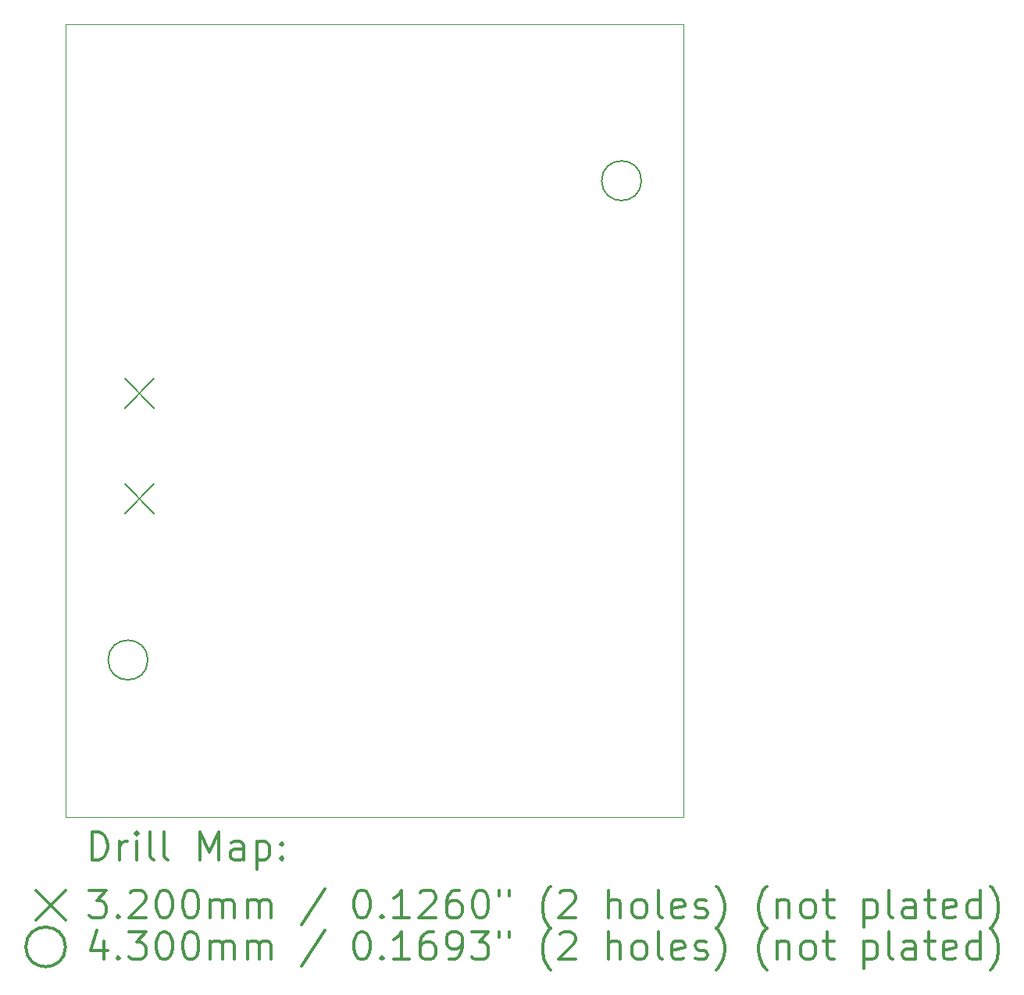
<source format=gbr>
%FSLAX45Y45*%
G04 Gerber Fmt 4.5, Leading zero omitted, Abs format (unit mm)*
G04 Created by KiCad (PCBNEW (5.1.10)-1) date 2021-11-10 22:46:03*
%MOMM*%
%LPD*%
G01*
G04 APERTURE LIST*
%TA.AperFunction,Profile*%
%ADD10C,0.050000*%
%TD*%
%ADD11C,0.200000*%
%ADD12C,0.300000*%
G04 APERTURE END LIST*
D10*
X5000000Y-6400000D02*
X5000000Y-15000000D01*
X11700000Y-6400000D02*
X5000000Y-6400000D01*
X11700000Y-15000000D02*
X11700000Y-6400000D01*
X5000000Y-15000000D02*
X11700000Y-15000000D01*
D11*
X5640000Y-10247000D02*
X5960000Y-10567000D01*
X5960000Y-10247000D02*
X5640000Y-10567000D01*
X5640000Y-11390000D02*
X5960000Y-11710000D01*
X5960000Y-11390000D02*
X5640000Y-11710000D01*
X5890000Y-13300000D02*
G75*
G03*
X5890000Y-13300000I-215000J0D01*
G01*
X11240000Y-8100000D02*
G75*
G03*
X11240000Y-8100000I-215000J0D01*
G01*
D12*
X5283928Y-15468214D02*
X5283928Y-15168214D01*
X5355357Y-15168214D01*
X5398214Y-15182500D01*
X5426786Y-15211071D01*
X5441071Y-15239643D01*
X5455357Y-15296786D01*
X5455357Y-15339643D01*
X5441071Y-15396786D01*
X5426786Y-15425357D01*
X5398214Y-15453929D01*
X5355357Y-15468214D01*
X5283928Y-15468214D01*
X5583928Y-15468214D02*
X5583928Y-15268214D01*
X5583928Y-15325357D02*
X5598214Y-15296786D01*
X5612500Y-15282500D01*
X5641071Y-15268214D01*
X5669643Y-15268214D01*
X5769643Y-15468214D02*
X5769643Y-15268214D01*
X5769643Y-15168214D02*
X5755357Y-15182500D01*
X5769643Y-15196786D01*
X5783928Y-15182500D01*
X5769643Y-15168214D01*
X5769643Y-15196786D01*
X5955357Y-15468214D02*
X5926786Y-15453929D01*
X5912500Y-15425357D01*
X5912500Y-15168214D01*
X6112500Y-15468214D02*
X6083928Y-15453929D01*
X6069643Y-15425357D01*
X6069643Y-15168214D01*
X6455357Y-15468214D02*
X6455357Y-15168214D01*
X6555357Y-15382500D01*
X6655357Y-15168214D01*
X6655357Y-15468214D01*
X6926786Y-15468214D02*
X6926786Y-15311071D01*
X6912500Y-15282500D01*
X6883928Y-15268214D01*
X6826786Y-15268214D01*
X6798214Y-15282500D01*
X6926786Y-15453929D02*
X6898214Y-15468214D01*
X6826786Y-15468214D01*
X6798214Y-15453929D01*
X6783928Y-15425357D01*
X6783928Y-15396786D01*
X6798214Y-15368214D01*
X6826786Y-15353929D01*
X6898214Y-15353929D01*
X6926786Y-15339643D01*
X7069643Y-15268214D02*
X7069643Y-15568214D01*
X7069643Y-15282500D02*
X7098214Y-15268214D01*
X7155357Y-15268214D01*
X7183928Y-15282500D01*
X7198214Y-15296786D01*
X7212500Y-15325357D01*
X7212500Y-15411071D01*
X7198214Y-15439643D01*
X7183928Y-15453929D01*
X7155357Y-15468214D01*
X7098214Y-15468214D01*
X7069643Y-15453929D01*
X7341071Y-15439643D02*
X7355357Y-15453929D01*
X7341071Y-15468214D01*
X7326786Y-15453929D01*
X7341071Y-15439643D01*
X7341071Y-15468214D01*
X7341071Y-15282500D02*
X7355357Y-15296786D01*
X7341071Y-15311071D01*
X7326786Y-15296786D01*
X7341071Y-15282500D01*
X7341071Y-15311071D01*
X4677500Y-15802500D02*
X4997500Y-16122500D01*
X4997500Y-15802500D02*
X4677500Y-16122500D01*
X5255357Y-15798214D02*
X5441071Y-15798214D01*
X5341071Y-15912500D01*
X5383928Y-15912500D01*
X5412500Y-15926786D01*
X5426786Y-15941071D01*
X5441071Y-15969643D01*
X5441071Y-16041071D01*
X5426786Y-16069643D01*
X5412500Y-16083929D01*
X5383928Y-16098214D01*
X5298214Y-16098214D01*
X5269643Y-16083929D01*
X5255357Y-16069643D01*
X5569643Y-16069643D02*
X5583928Y-16083929D01*
X5569643Y-16098214D01*
X5555357Y-16083929D01*
X5569643Y-16069643D01*
X5569643Y-16098214D01*
X5698214Y-15826786D02*
X5712500Y-15812500D01*
X5741071Y-15798214D01*
X5812500Y-15798214D01*
X5841071Y-15812500D01*
X5855357Y-15826786D01*
X5869643Y-15855357D01*
X5869643Y-15883929D01*
X5855357Y-15926786D01*
X5683928Y-16098214D01*
X5869643Y-16098214D01*
X6055357Y-15798214D02*
X6083928Y-15798214D01*
X6112500Y-15812500D01*
X6126786Y-15826786D01*
X6141071Y-15855357D01*
X6155357Y-15912500D01*
X6155357Y-15983929D01*
X6141071Y-16041071D01*
X6126786Y-16069643D01*
X6112500Y-16083929D01*
X6083928Y-16098214D01*
X6055357Y-16098214D01*
X6026786Y-16083929D01*
X6012500Y-16069643D01*
X5998214Y-16041071D01*
X5983928Y-15983929D01*
X5983928Y-15912500D01*
X5998214Y-15855357D01*
X6012500Y-15826786D01*
X6026786Y-15812500D01*
X6055357Y-15798214D01*
X6341071Y-15798214D02*
X6369643Y-15798214D01*
X6398214Y-15812500D01*
X6412500Y-15826786D01*
X6426786Y-15855357D01*
X6441071Y-15912500D01*
X6441071Y-15983929D01*
X6426786Y-16041071D01*
X6412500Y-16069643D01*
X6398214Y-16083929D01*
X6369643Y-16098214D01*
X6341071Y-16098214D01*
X6312500Y-16083929D01*
X6298214Y-16069643D01*
X6283928Y-16041071D01*
X6269643Y-15983929D01*
X6269643Y-15912500D01*
X6283928Y-15855357D01*
X6298214Y-15826786D01*
X6312500Y-15812500D01*
X6341071Y-15798214D01*
X6569643Y-16098214D02*
X6569643Y-15898214D01*
X6569643Y-15926786D02*
X6583928Y-15912500D01*
X6612500Y-15898214D01*
X6655357Y-15898214D01*
X6683928Y-15912500D01*
X6698214Y-15941071D01*
X6698214Y-16098214D01*
X6698214Y-15941071D02*
X6712500Y-15912500D01*
X6741071Y-15898214D01*
X6783928Y-15898214D01*
X6812500Y-15912500D01*
X6826786Y-15941071D01*
X6826786Y-16098214D01*
X6969643Y-16098214D02*
X6969643Y-15898214D01*
X6969643Y-15926786D02*
X6983928Y-15912500D01*
X7012500Y-15898214D01*
X7055357Y-15898214D01*
X7083928Y-15912500D01*
X7098214Y-15941071D01*
X7098214Y-16098214D01*
X7098214Y-15941071D02*
X7112500Y-15912500D01*
X7141071Y-15898214D01*
X7183928Y-15898214D01*
X7212500Y-15912500D01*
X7226786Y-15941071D01*
X7226786Y-16098214D01*
X7812500Y-15783929D02*
X7555357Y-16169643D01*
X8198214Y-15798214D02*
X8226786Y-15798214D01*
X8255357Y-15812500D01*
X8269643Y-15826786D01*
X8283928Y-15855357D01*
X8298214Y-15912500D01*
X8298214Y-15983929D01*
X8283928Y-16041071D01*
X8269643Y-16069643D01*
X8255357Y-16083929D01*
X8226786Y-16098214D01*
X8198214Y-16098214D01*
X8169643Y-16083929D01*
X8155357Y-16069643D01*
X8141071Y-16041071D01*
X8126786Y-15983929D01*
X8126786Y-15912500D01*
X8141071Y-15855357D01*
X8155357Y-15826786D01*
X8169643Y-15812500D01*
X8198214Y-15798214D01*
X8426786Y-16069643D02*
X8441071Y-16083929D01*
X8426786Y-16098214D01*
X8412500Y-16083929D01*
X8426786Y-16069643D01*
X8426786Y-16098214D01*
X8726786Y-16098214D02*
X8555357Y-16098214D01*
X8641071Y-16098214D02*
X8641071Y-15798214D01*
X8612500Y-15841071D01*
X8583928Y-15869643D01*
X8555357Y-15883929D01*
X8841071Y-15826786D02*
X8855357Y-15812500D01*
X8883928Y-15798214D01*
X8955357Y-15798214D01*
X8983928Y-15812500D01*
X8998214Y-15826786D01*
X9012500Y-15855357D01*
X9012500Y-15883929D01*
X8998214Y-15926786D01*
X8826786Y-16098214D01*
X9012500Y-16098214D01*
X9269643Y-15798214D02*
X9212500Y-15798214D01*
X9183928Y-15812500D01*
X9169643Y-15826786D01*
X9141071Y-15869643D01*
X9126786Y-15926786D01*
X9126786Y-16041071D01*
X9141071Y-16069643D01*
X9155357Y-16083929D01*
X9183928Y-16098214D01*
X9241071Y-16098214D01*
X9269643Y-16083929D01*
X9283928Y-16069643D01*
X9298214Y-16041071D01*
X9298214Y-15969643D01*
X9283928Y-15941071D01*
X9269643Y-15926786D01*
X9241071Y-15912500D01*
X9183928Y-15912500D01*
X9155357Y-15926786D01*
X9141071Y-15941071D01*
X9126786Y-15969643D01*
X9483928Y-15798214D02*
X9512500Y-15798214D01*
X9541071Y-15812500D01*
X9555357Y-15826786D01*
X9569643Y-15855357D01*
X9583928Y-15912500D01*
X9583928Y-15983929D01*
X9569643Y-16041071D01*
X9555357Y-16069643D01*
X9541071Y-16083929D01*
X9512500Y-16098214D01*
X9483928Y-16098214D01*
X9455357Y-16083929D01*
X9441071Y-16069643D01*
X9426786Y-16041071D01*
X9412500Y-15983929D01*
X9412500Y-15912500D01*
X9426786Y-15855357D01*
X9441071Y-15826786D01*
X9455357Y-15812500D01*
X9483928Y-15798214D01*
X9698214Y-15798214D02*
X9698214Y-15855357D01*
X9812500Y-15798214D02*
X9812500Y-15855357D01*
X10255357Y-16212500D02*
X10241071Y-16198214D01*
X10212500Y-16155357D01*
X10198214Y-16126786D01*
X10183928Y-16083929D01*
X10169643Y-16012500D01*
X10169643Y-15955357D01*
X10183928Y-15883929D01*
X10198214Y-15841071D01*
X10212500Y-15812500D01*
X10241071Y-15769643D01*
X10255357Y-15755357D01*
X10355357Y-15826786D02*
X10369643Y-15812500D01*
X10398214Y-15798214D01*
X10469643Y-15798214D01*
X10498214Y-15812500D01*
X10512500Y-15826786D01*
X10526786Y-15855357D01*
X10526786Y-15883929D01*
X10512500Y-15926786D01*
X10341071Y-16098214D01*
X10526786Y-16098214D01*
X10883928Y-16098214D02*
X10883928Y-15798214D01*
X11012500Y-16098214D02*
X11012500Y-15941071D01*
X10998214Y-15912500D01*
X10969643Y-15898214D01*
X10926786Y-15898214D01*
X10898214Y-15912500D01*
X10883928Y-15926786D01*
X11198214Y-16098214D02*
X11169643Y-16083929D01*
X11155357Y-16069643D01*
X11141071Y-16041071D01*
X11141071Y-15955357D01*
X11155357Y-15926786D01*
X11169643Y-15912500D01*
X11198214Y-15898214D01*
X11241071Y-15898214D01*
X11269643Y-15912500D01*
X11283928Y-15926786D01*
X11298214Y-15955357D01*
X11298214Y-16041071D01*
X11283928Y-16069643D01*
X11269643Y-16083929D01*
X11241071Y-16098214D01*
X11198214Y-16098214D01*
X11469643Y-16098214D02*
X11441071Y-16083929D01*
X11426786Y-16055357D01*
X11426786Y-15798214D01*
X11698214Y-16083929D02*
X11669643Y-16098214D01*
X11612500Y-16098214D01*
X11583928Y-16083929D01*
X11569643Y-16055357D01*
X11569643Y-15941071D01*
X11583928Y-15912500D01*
X11612500Y-15898214D01*
X11669643Y-15898214D01*
X11698214Y-15912500D01*
X11712500Y-15941071D01*
X11712500Y-15969643D01*
X11569643Y-15998214D01*
X11826786Y-16083929D02*
X11855357Y-16098214D01*
X11912500Y-16098214D01*
X11941071Y-16083929D01*
X11955357Y-16055357D01*
X11955357Y-16041071D01*
X11941071Y-16012500D01*
X11912500Y-15998214D01*
X11869643Y-15998214D01*
X11841071Y-15983929D01*
X11826786Y-15955357D01*
X11826786Y-15941071D01*
X11841071Y-15912500D01*
X11869643Y-15898214D01*
X11912500Y-15898214D01*
X11941071Y-15912500D01*
X12055357Y-16212500D02*
X12069643Y-16198214D01*
X12098214Y-16155357D01*
X12112500Y-16126786D01*
X12126786Y-16083929D01*
X12141071Y-16012500D01*
X12141071Y-15955357D01*
X12126786Y-15883929D01*
X12112500Y-15841071D01*
X12098214Y-15812500D01*
X12069643Y-15769643D01*
X12055357Y-15755357D01*
X12598214Y-16212500D02*
X12583928Y-16198214D01*
X12555357Y-16155357D01*
X12541071Y-16126786D01*
X12526786Y-16083929D01*
X12512500Y-16012500D01*
X12512500Y-15955357D01*
X12526786Y-15883929D01*
X12541071Y-15841071D01*
X12555357Y-15812500D01*
X12583928Y-15769643D01*
X12598214Y-15755357D01*
X12712500Y-15898214D02*
X12712500Y-16098214D01*
X12712500Y-15926786D02*
X12726786Y-15912500D01*
X12755357Y-15898214D01*
X12798214Y-15898214D01*
X12826786Y-15912500D01*
X12841071Y-15941071D01*
X12841071Y-16098214D01*
X13026786Y-16098214D02*
X12998214Y-16083929D01*
X12983928Y-16069643D01*
X12969643Y-16041071D01*
X12969643Y-15955357D01*
X12983928Y-15926786D01*
X12998214Y-15912500D01*
X13026786Y-15898214D01*
X13069643Y-15898214D01*
X13098214Y-15912500D01*
X13112500Y-15926786D01*
X13126786Y-15955357D01*
X13126786Y-16041071D01*
X13112500Y-16069643D01*
X13098214Y-16083929D01*
X13069643Y-16098214D01*
X13026786Y-16098214D01*
X13212500Y-15898214D02*
X13326786Y-15898214D01*
X13255357Y-15798214D02*
X13255357Y-16055357D01*
X13269643Y-16083929D01*
X13298214Y-16098214D01*
X13326786Y-16098214D01*
X13655357Y-15898214D02*
X13655357Y-16198214D01*
X13655357Y-15912500D02*
X13683928Y-15898214D01*
X13741071Y-15898214D01*
X13769643Y-15912500D01*
X13783928Y-15926786D01*
X13798214Y-15955357D01*
X13798214Y-16041071D01*
X13783928Y-16069643D01*
X13769643Y-16083929D01*
X13741071Y-16098214D01*
X13683928Y-16098214D01*
X13655357Y-16083929D01*
X13969643Y-16098214D02*
X13941071Y-16083929D01*
X13926786Y-16055357D01*
X13926786Y-15798214D01*
X14212500Y-16098214D02*
X14212500Y-15941071D01*
X14198214Y-15912500D01*
X14169643Y-15898214D01*
X14112500Y-15898214D01*
X14083928Y-15912500D01*
X14212500Y-16083929D02*
X14183928Y-16098214D01*
X14112500Y-16098214D01*
X14083928Y-16083929D01*
X14069643Y-16055357D01*
X14069643Y-16026786D01*
X14083928Y-15998214D01*
X14112500Y-15983929D01*
X14183928Y-15983929D01*
X14212500Y-15969643D01*
X14312500Y-15898214D02*
X14426786Y-15898214D01*
X14355357Y-15798214D02*
X14355357Y-16055357D01*
X14369643Y-16083929D01*
X14398214Y-16098214D01*
X14426786Y-16098214D01*
X14641071Y-16083929D02*
X14612500Y-16098214D01*
X14555357Y-16098214D01*
X14526786Y-16083929D01*
X14512500Y-16055357D01*
X14512500Y-15941071D01*
X14526786Y-15912500D01*
X14555357Y-15898214D01*
X14612500Y-15898214D01*
X14641071Y-15912500D01*
X14655357Y-15941071D01*
X14655357Y-15969643D01*
X14512500Y-15998214D01*
X14912500Y-16098214D02*
X14912500Y-15798214D01*
X14912500Y-16083929D02*
X14883928Y-16098214D01*
X14826786Y-16098214D01*
X14798214Y-16083929D01*
X14783928Y-16069643D01*
X14769643Y-16041071D01*
X14769643Y-15955357D01*
X14783928Y-15926786D01*
X14798214Y-15912500D01*
X14826786Y-15898214D01*
X14883928Y-15898214D01*
X14912500Y-15912500D01*
X15026786Y-16212500D02*
X15041071Y-16198214D01*
X15069643Y-16155357D01*
X15083928Y-16126786D01*
X15098214Y-16083929D01*
X15112500Y-16012500D01*
X15112500Y-15955357D01*
X15098214Y-15883929D01*
X15083928Y-15841071D01*
X15069643Y-15812500D01*
X15041071Y-15769643D01*
X15026786Y-15755357D01*
X4997500Y-16412500D02*
G75*
G03*
X4997500Y-16412500I-215000J0D01*
G01*
X5412500Y-16348214D02*
X5412500Y-16548214D01*
X5341071Y-16233929D02*
X5269643Y-16448214D01*
X5455357Y-16448214D01*
X5569643Y-16519643D02*
X5583928Y-16533929D01*
X5569643Y-16548214D01*
X5555357Y-16533929D01*
X5569643Y-16519643D01*
X5569643Y-16548214D01*
X5683928Y-16248214D02*
X5869643Y-16248214D01*
X5769643Y-16362500D01*
X5812500Y-16362500D01*
X5841071Y-16376786D01*
X5855357Y-16391071D01*
X5869643Y-16419643D01*
X5869643Y-16491071D01*
X5855357Y-16519643D01*
X5841071Y-16533929D01*
X5812500Y-16548214D01*
X5726786Y-16548214D01*
X5698214Y-16533929D01*
X5683928Y-16519643D01*
X6055357Y-16248214D02*
X6083928Y-16248214D01*
X6112500Y-16262500D01*
X6126786Y-16276786D01*
X6141071Y-16305357D01*
X6155357Y-16362500D01*
X6155357Y-16433929D01*
X6141071Y-16491071D01*
X6126786Y-16519643D01*
X6112500Y-16533929D01*
X6083928Y-16548214D01*
X6055357Y-16548214D01*
X6026786Y-16533929D01*
X6012500Y-16519643D01*
X5998214Y-16491071D01*
X5983928Y-16433929D01*
X5983928Y-16362500D01*
X5998214Y-16305357D01*
X6012500Y-16276786D01*
X6026786Y-16262500D01*
X6055357Y-16248214D01*
X6341071Y-16248214D02*
X6369643Y-16248214D01*
X6398214Y-16262500D01*
X6412500Y-16276786D01*
X6426786Y-16305357D01*
X6441071Y-16362500D01*
X6441071Y-16433929D01*
X6426786Y-16491071D01*
X6412500Y-16519643D01*
X6398214Y-16533929D01*
X6369643Y-16548214D01*
X6341071Y-16548214D01*
X6312500Y-16533929D01*
X6298214Y-16519643D01*
X6283928Y-16491071D01*
X6269643Y-16433929D01*
X6269643Y-16362500D01*
X6283928Y-16305357D01*
X6298214Y-16276786D01*
X6312500Y-16262500D01*
X6341071Y-16248214D01*
X6569643Y-16548214D02*
X6569643Y-16348214D01*
X6569643Y-16376786D02*
X6583928Y-16362500D01*
X6612500Y-16348214D01*
X6655357Y-16348214D01*
X6683928Y-16362500D01*
X6698214Y-16391071D01*
X6698214Y-16548214D01*
X6698214Y-16391071D02*
X6712500Y-16362500D01*
X6741071Y-16348214D01*
X6783928Y-16348214D01*
X6812500Y-16362500D01*
X6826786Y-16391071D01*
X6826786Y-16548214D01*
X6969643Y-16548214D02*
X6969643Y-16348214D01*
X6969643Y-16376786D02*
X6983928Y-16362500D01*
X7012500Y-16348214D01*
X7055357Y-16348214D01*
X7083928Y-16362500D01*
X7098214Y-16391071D01*
X7098214Y-16548214D01*
X7098214Y-16391071D02*
X7112500Y-16362500D01*
X7141071Y-16348214D01*
X7183928Y-16348214D01*
X7212500Y-16362500D01*
X7226786Y-16391071D01*
X7226786Y-16548214D01*
X7812500Y-16233929D02*
X7555357Y-16619643D01*
X8198214Y-16248214D02*
X8226786Y-16248214D01*
X8255357Y-16262500D01*
X8269643Y-16276786D01*
X8283928Y-16305357D01*
X8298214Y-16362500D01*
X8298214Y-16433929D01*
X8283928Y-16491071D01*
X8269643Y-16519643D01*
X8255357Y-16533929D01*
X8226786Y-16548214D01*
X8198214Y-16548214D01*
X8169643Y-16533929D01*
X8155357Y-16519643D01*
X8141071Y-16491071D01*
X8126786Y-16433929D01*
X8126786Y-16362500D01*
X8141071Y-16305357D01*
X8155357Y-16276786D01*
X8169643Y-16262500D01*
X8198214Y-16248214D01*
X8426786Y-16519643D02*
X8441071Y-16533929D01*
X8426786Y-16548214D01*
X8412500Y-16533929D01*
X8426786Y-16519643D01*
X8426786Y-16548214D01*
X8726786Y-16548214D02*
X8555357Y-16548214D01*
X8641071Y-16548214D02*
X8641071Y-16248214D01*
X8612500Y-16291071D01*
X8583928Y-16319643D01*
X8555357Y-16333929D01*
X8983928Y-16248214D02*
X8926786Y-16248214D01*
X8898214Y-16262500D01*
X8883928Y-16276786D01*
X8855357Y-16319643D01*
X8841071Y-16376786D01*
X8841071Y-16491071D01*
X8855357Y-16519643D01*
X8869643Y-16533929D01*
X8898214Y-16548214D01*
X8955357Y-16548214D01*
X8983928Y-16533929D01*
X8998214Y-16519643D01*
X9012500Y-16491071D01*
X9012500Y-16419643D01*
X8998214Y-16391071D01*
X8983928Y-16376786D01*
X8955357Y-16362500D01*
X8898214Y-16362500D01*
X8869643Y-16376786D01*
X8855357Y-16391071D01*
X8841071Y-16419643D01*
X9155357Y-16548214D02*
X9212500Y-16548214D01*
X9241071Y-16533929D01*
X9255357Y-16519643D01*
X9283928Y-16476786D01*
X9298214Y-16419643D01*
X9298214Y-16305357D01*
X9283928Y-16276786D01*
X9269643Y-16262500D01*
X9241071Y-16248214D01*
X9183928Y-16248214D01*
X9155357Y-16262500D01*
X9141071Y-16276786D01*
X9126786Y-16305357D01*
X9126786Y-16376786D01*
X9141071Y-16405357D01*
X9155357Y-16419643D01*
X9183928Y-16433929D01*
X9241071Y-16433929D01*
X9269643Y-16419643D01*
X9283928Y-16405357D01*
X9298214Y-16376786D01*
X9398214Y-16248214D02*
X9583928Y-16248214D01*
X9483928Y-16362500D01*
X9526786Y-16362500D01*
X9555357Y-16376786D01*
X9569643Y-16391071D01*
X9583928Y-16419643D01*
X9583928Y-16491071D01*
X9569643Y-16519643D01*
X9555357Y-16533929D01*
X9526786Y-16548214D01*
X9441071Y-16548214D01*
X9412500Y-16533929D01*
X9398214Y-16519643D01*
X9698214Y-16248214D02*
X9698214Y-16305357D01*
X9812500Y-16248214D02*
X9812500Y-16305357D01*
X10255357Y-16662500D02*
X10241071Y-16648214D01*
X10212500Y-16605357D01*
X10198214Y-16576786D01*
X10183928Y-16533929D01*
X10169643Y-16462500D01*
X10169643Y-16405357D01*
X10183928Y-16333929D01*
X10198214Y-16291071D01*
X10212500Y-16262500D01*
X10241071Y-16219643D01*
X10255357Y-16205357D01*
X10355357Y-16276786D02*
X10369643Y-16262500D01*
X10398214Y-16248214D01*
X10469643Y-16248214D01*
X10498214Y-16262500D01*
X10512500Y-16276786D01*
X10526786Y-16305357D01*
X10526786Y-16333929D01*
X10512500Y-16376786D01*
X10341071Y-16548214D01*
X10526786Y-16548214D01*
X10883928Y-16548214D02*
X10883928Y-16248214D01*
X11012500Y-16548214D02*
X11012500Y-16391071D01*
X10998214Y-16362500D01*
X10969643Y-16348214D01*
X10926786Y-16348214D01*
X10898214Y-16362500D01*
X10883928Y-16376786D01*
X11198214Y-16548214D02*
X11169643Y-16533929D01*
X11155357Y-16519643D01*
X11141071Y-16491071D01*
X11141071Y-16405357D01*
X11155357Y-16376786D01*
X11169643Y-16362500D01*
X11198214Y-16348214D01*
X11241071Y-16348214D01*
X11269643Y-16362500D01*
X11283928Y-16376786D01*
X11298214Y-16405357D01*
X11298214Y-16491071D01*
X11283928Y-16519643D01*
X11269643Y-16533929D01*
X11241071Y-16548214D01*
X11198214Y-16548214D01*
X11469643Y-16548214D02*
X11441071Y-16533929D01*
X11426786Y-16505357D01*
X11426786Y-16248214D01*
X11698214Y-16533929D02*
X11669643Y-16548214D01*
X11612500Y-16548214D01*
X11583928Y-16533929D01*
X11569643Y-16505357D01*
X11569643Y-16391071D01*
X11583928Y-16362500D01*
X11612500Y-16348214D01*
X11669643Y-16348214D01*
X11698214Y-16362500D01*
X11712500Y-16391071D01*
X11712500Y-16419643D01*
X11569643Y-16448214D01*
X11826786Y-16533929D02*
X11855357Y-16548214D01*
X11912500Y-16548214D01*
X11941071Y-16533929D01*
X11955357Y-16505357D01*
X11955357Y-16491071D01*
X11941071Y-16462500D01*
X11912500Y-16448214D01*
X11869643Y-16448214D01*
X11841071Y-16433929D01*
X11826786Y-16405357D01*
X11826786Y-16391071D01*
X11841071Y-16362500D01*
X11869643Y-16348214D01*
X11912500Y-16348214D01*
X11941071Y-16362500D01*
X12055357Y-16662500D02*
X12069643Y-16648214D01*
X12098214Y-16605357D01*
X12112500Y-16576786D01*
X12126786Y-16533929D01*
X12141071Y-16462500D01*
X12141071Y-16405357D01*
X12126786Y-16333929D01*
X12112500Y-16291071D01*
X12098214Y-16262500D01*
X12069643Y-16219643D01*
X12055357Y-16205357D01*
X12598214Y-16662500D02*
X12583928Y-16648214D01*
X12555357Y-16605357D01*
X12541071Y-16576786D01*
X12526786Y-16533929D01*
X12512500Y-16462500D01*
X12512500Y-16405357D01*
X12526786Y-16333929D01*
X12541071Y-16291071D01*
X12555357Y-16262500D01*
X12583928Y-16219643D01*
X12598214Y-16205357D01*
X12712500Y-16348214D02*
X12712500Y-16548214D01*
X12712500Y-16376786D02*
X12726786Y-16362500D01*
X12755357Y-16348214D01*
X12798214Y-16348214D01*
X12826786Y-16362500D01*
X12841071Y-16391071D01*
X12841071Y-16548214D01*
X13026786Y-16548214D02*
X12998214Y-16533929D01*
X12983928Y-16519643D01*
X12969643Y-16491071D01*
X12969643Y-16405357D01*
X12983928Y-16376786D01*
X12998214Y-16362500D01*
X13026786Y-16348214D01*
X13069643Y-16348214D01*
X13098214Y-16362500D01*
X13112500Y-16376786D01*
X13126786Y-16405357D01*
X13126786Y-16491071D01*
X13112500Y-16519643D01*
X13098214Y-16533929D01*
X13069643Y-16548214D01*
X13026786Y-16548214D01*
X13212500Y-16348214D02*
X13326786Y-16348214D01*
X13255357Y-16248214D02*
X13255357Y-16505357D01*
X13269643Y-16533929D01*
X13298214Y-16548214D01*
X13326786Y-16548214D01*
X13655357Y-16348214D02*
X13655357Y-16648214D01*
X13655357Y-16362500D02*
X13683928Y-16348214D01*
X13741071Y-16348214D01*
X13769643Y-16362500D01*
X13783928Y-16376786D01*
X13798214Y-16405357D01*
X13798214Y-16491071D01*
X13783928Y-16519643D01*
X13769643Y-16533929D01*
X13741071Y-16548214D01*
X13683928Y-16548214D01*
X13655357Y-16533929D01*
X13969643Y-16548214D02*
X13941071Y-16533929D01*
X13926786Y-16505357D01*
X13926786Y-16248214D01*
X14212500Y-16548214D02*
X14212500Y-16391071D01*
X14198214Y-16362500D01*
X14169643Y-16348214D01*
X14112500Y-16348214D01*
X14083928Y-16362500D01*
X14212500Y-16533929D02*
X14183928Y-16548214D01*
X14112500Y-16548214D01*
X14083928Y-16533929D01*
X14069643Y-16505357D01*
X14069643Y-16476786D01*
X14083928Y-16448214D01*
X14112500Y-16433929D01*
X14183928Y-16433929D01*
X14212500Y-16419643D01*
X14312500Y-16348214D02*
X14426786Y-16348214D01*
X14355357Y-16248214D02*
X14355357Y-16505357D01*
X14369643Y-16533929D01*
X14398214Y-16548214D01*
X14426786Y-16548214D01*
X14641071Y-16533929D02*
X14612500Y-16548214D01*
X14555357Y-16548214D01*
X14526786Y-16533929D01*
X14512500Y-16505357D01*
X14512500Y-16391071D01*
X14526786Y-16362500D01*
X14555357Y-16348214D01*
X14612500Y-16348214D01*
X14641071Y-16362500D01*
X14655357Y-16391071D01*
X14655357Y-16419643D01*
X14512500Y-16448214D01*
X14912500Y-16548214D02*
X14912500Y-16248214D01*
X14912500Y-16533929D02*
X14883928Y-16548214D01*
X14826786Y-16548214D01*
X14798214Y-16533929D01*
X14783928Y-16519643D01*
X14769643Y-16491071D01*
X14769643Y-16405357D01*
X14783928Y-16376786D01*
X14798214Y-16362500D01*
X14826786Y-16348214D01*
X14883928Y-16348214D01*
X14912500Y-16362500D01*
X15026786Y-16662500D02*
X15041071Y-16648214D01*
X15069643Y-16605357D01*
X15083928Y-16576786D01*
X15098214Y-16533929D01*
X15112500Y-16462500D01*
X15112500Y-16405357D01*
X15098214Y-16333929D01*
X15083928Y-16291071D01*
X15069643Y-16262500D01*
X15041071Y-16219643D01*
X15026786Y-16205357D01*
M02*

</source>
